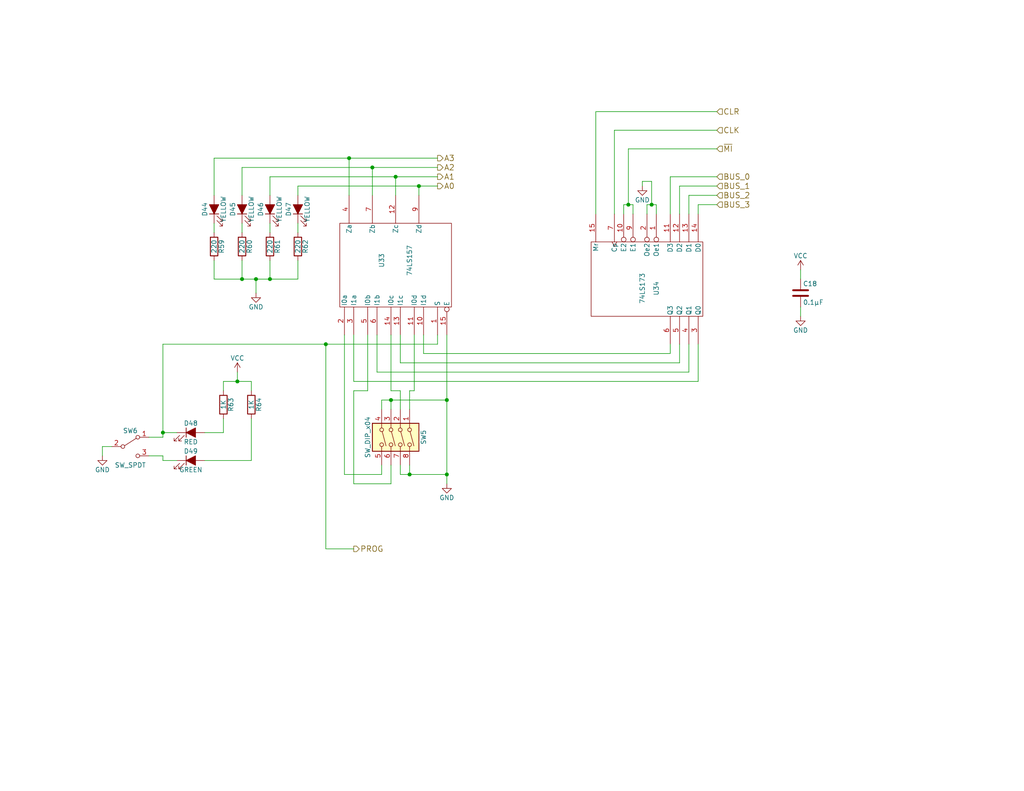
<source format=kicad_sch>
(kicad_sch (version 20230121) (generator eeschema)
  (paper "USLetter")
  (lib_symbols
    (symbol "8bit-computer-rescue:74LS157-8bit-computer-rescue" (pin_names (offset 0.254))
      (property "Reference" "U" (at 1.27 3.81 0))
      (property "Value" "8bit-computer-rescue:74LS157" (at 1.27 -3.81 0))
      (symbol "74LS157-8bit-computer-rescue_0_0"
        (pin power_in line (at -8.89 15.24 90) (length 0) hide (name "VCC") (number "16"))
        (pin power_in line (at -8.89 -15.24 90) (length 0) hide (name "GND") (number "8"))
      )
      (symbol "74LS157-8bit-computer-rescue_0_1"
        (rectangle (start -11.43 15.24) (end 11.43 -15.24))
      )
      (symbol "74LS157-8bit-computer-rescue_1_1"
        (pin input line (at -19.05 -11.43 0) (length 7.62) (name "S") (number "1"))
        (pin input line (at -19.05 -7.62 0) (length 7.62) (name "I1d") (number "10"))
        (pin input line (at -19.05 -5.08 0) (length 7.62) (name "I0d") (number "11"))
        (pin output line (at 19.05 0 180) (length 7.62) (name "Zc") (number "12"))
        (pin input line (at -19.05 -1.27 0) (length 7.62) (name "I1c") (number "13"))
        (pin input line (at -19.05 1.27 0) (length 7.62) (name "I0c") (number "14"))
        (pin input inverted (at -19.05 -13.97 0) (length 7.62) (name "E") (number "15"))
        (pin input line (at -19.05 13.97 0) (length 7.62) (name "I0a") (number "2"))
        (pin input line (at -19.05 11.43 0) (length 7.62) (name "I1a") (number "3"))
        (pin output line (at 19.05 12.7 180) (length 7.62) (name "Za") (number "4"))
        (pin input line (at -19.05 7.62 0) (length 7.62) (name "I0b") (number "5"))
        (pin input line (at -19.05 5.08 0) (length 7.62) (name "I1b") (number "6"))
        (pin output line (at 19.05 6.35 180) (length 7.62) (name "Zb") (number "7"))
        (pin output line (at 19.05 -6.35 180) (length 7.62) (name "Zd") (number "9"))
      )
    )
    (symbol "8bit-computer-rescue:74LS173-8bit-computer-rescue" (pin_names (offset 0.254))
      (property "Reference" "U" (at 2.54 2.54 0))
      (property "Value" "8bit-computer-rescue:74LS173" (at 2.54 -1.27 0))
      (symbol "74LS173-8bit-computer-rescue_0_0"
        (pin power_in line (at -7.62 15.24 90) (length 0) hide (name "VCC") (number "16"))
        (pin power_in line (at -7.62 -15.24 90) (length 0) hide (name "GND") (number "8"))
      )
      (symbol "74LS173-8bit-computer-rescue_0_1"
        (rectangle (start -10.16 15.24) (end 10.16 -15.24))
      )
      (symbol "74LS173-8bit-computer-rescue_1_1"
        (pin input inverted (at -17.78 2.54 0) (length 7.62) (name "Oe1") (number "1"))
        (pin input inverted (at -17.78 -6.35 0) (length 7.62) (name "E2") (number "10"))
        (pin input line (at -17.78 6.35 0) (length 7.62) (name "D3") (number "11"))
        (pin input line (at -17.78 8.89 0) (length 7.62) (name "D2") (number "12"))
        (pin input line (at -17.78 11.43 0) (length 7.62) (name "D1") (number "13"))
        (pin input line (at -17.78 13.97 0) (length 7.62) (name "D0") (number "14"))
        (pin input line (at -17.78 -13.97 0) (length 7.62) (name "Mr") (number "15"))
        (pin input inverted (at -17.78 0 0) (length 7.62) (name "Oe2") (number "2"))
        (pin tri_state line (at 17.78 13.97 180) (length 7.62) (name "Q0") (number "3"))
        (pin tri_state line (at 17.78 11.43 180) (length 7.62) (name "Q1") (number "4"))
        (pin tri_state line (at 17.78 8.89 180) (length 7.62) (name "Q2") (number "5"))
        (pin tri_state line (at 17.78 6.35 180) (length 7.62) (name "Q3") (number "6"))
        (pin input clock (at -17.78 -8.89 0) (length 7.62) (name "Cp") (number "7"))
        (pin input inverted (at -17.78 -3.81 0) (length 7.62) (name "E1") (number "9"))
      )
    )
    (symbol "8bit-computer-rescue:LED_ALT-Device" (pin_numbers hide) (pin_names (offset 1.016) hide)
      (property "Reference" "D" (at 0 2.54 0))
      (property "Value" "Device:LED_ALT" (at 0 -2.54 0))
      (symbol "LED_ALT-Device_0_1"
        (polyline (pts (xy -1.27 -1.27) (xy -1.27 1.27)) (stroke (width 0.2032)))
        (polyline (pts (xy -1.27 0) (xy 1.27 0)))
        (polyline (pts (xy 1.27 -1.27) (xy 1.27 1.27) (xy -1.27 0) (xy 1.27 -1.27)) (stroke (width 0.2032)) (fill (type outline)))
        (polyline (pts (xy -3.048 -0.762) (xy -4.572 -2.286) (xy -3.81 -2.286) (xy -4.572 -2.286) (xy -4.572 -1.524)))
        (polyline (pts (xy -1.778 -0.762) (xy -3.302 -2.286) (xy -2.54 -2.286) (xy -3.302 -2.286) (xy -3.302 -1.524)))
      )
      (symbol "LED_ALT-Device_1_1"
        (pin passive line (at -3.81 0 0) (length 2.54) (name "K") (number "1"))
        (pin passive line (at 3.81 0 180) (length 2.54) (name "A") (number "2"))
      )
    )
    (symbol "8bit-computer-rescue:SW_DIP_x04-8bit-computer-rescue" (pin_names (offset 0) hide)
      (property "Reference" "SW" (at 0 8.89 0))
      (property "Value" "8bit-computer-rescue:SW_DIP_x04" (at 0 -6.35 0))
      (symbol "SW_DIP_x04-8bit-computer-rescue_0_0"
        (circle (center -2.032 -2.54) (radius 0.508))
        (circle (center -2.032 0) (radius 0.508))
        (circle (center -2.032 2.54) (radius 0.508))
        (circle (center -2.032 5.08) (radius 0.508))
        (polyline (pts (xy -1.524 -2.3876) (xy 2.3622 -1.3462)))
        (polyline (pts (xy -1.524 0.127) (xy 2.3622 1.1684)))
        (polyline (pts (xy -1.524 2.667) (xy 2.3622 3.7084)))
        (polyline (pts (xy -1.524 5.207) (xy 2.3622 6.2484)))
        (circle (center 2.032 -2.54) (radius 0.508))
        (circle (center 2.032 0) (radius 0.508))
        (circle (center 2.032 2.54) (radius 0.508))
        (circle (center 2.032 5.08) (radius 0.508))
      )
      (symbol "SW_DIP_x04-8bit-computer-rescue_0_1"
        (rectangle (start -3.81 7.62) (end 3.81 -5.08) (stroke (width 0.254)) (fill (type background)))
      )
      (symbol "SW_DIP_x04-8bit-computer-rescue_1_1"
        (pin passive line (at -7.62 5.08 0) (length 5.08) (name "~") (number "1"))
        (pin passive line (at -7.62 2.54 0) (length 5.08) (name "~") (number "2"))
        (pin passive line (at -7.62 0 0) (length 5.08) (name "~") (number "3"))
        (pin passive line (at -7.62 -2.54 0) (length 5.08) (name "~") (number "4"))
        (pin passive line (at 7.62 -2.54 180) (length 5.08) (name "~") (number "5"))
        (pin passive line (at 7.62 0 180) (length 5.08) (name "~") (number "6"))
        (pin passive line (at 7.62 2.54 180) (length 5.08) (name "~") (number "7"))
        (pin passive line (at 7.62 5.08 180) (length 5.08) (name "~") (number "8"))
      )
    )
    (symbol "8bit-computer-rescue:SW_SPDT-8bit-computer-rescue" (pin_names (offset 0) hide)
      (property "Reference" "SW" (at 0 4.318 0))
      (property "Value" "8bit-computer-rescue:SW_SPDT" (at 0 -5.08 0))
      (symbol "SW_SPDT-8bit-computer-rescue_0_0"
        (circle (center -2.032 0) (radius 0.508))
        (circle (center 2.032 -2.54) (radius 0.508))
      )
      (symbol "SW_SPDT-8bit-computer-rescue_0_1"
        (polyline (pts (xy -1.524 0.254) (xy 1.651 2.286)))
        (circle (center 2.032 2.54) (radius 0.508))
      )
      (symbol "SW_SPDT-8bit-computer-rescue_1_1"
        (pin passive line (at 5.08 2.54 180) (length 2.54) (name "A") (number "1"))
        (pin passive line (at -5.08 0 0) (length 2.54) (name "B") (number "2"))
        (pin passive line (at 5.08 -2.54 180) (length 2.54) (name "C") (number "3"))
      )
    )
    (symbol "Device:C" (pin_numbers hide) (pin_names (offset 0.254))
      (property "Reference" "C" (at 0.635 2.54 0))
      (property "Value" "C" (at 0.635 -2.54 0))
      (symbol "C_0_1"
        (polyline (pts (xy -2.032 -0.762) (xy 2.032 -0.762)) (stroke (width 0.508)))
        (polyline (pts (xy -2.032 0.762) (xy 2.032 0.762)) (stroke (width 0.508)))
      )
      (symbol "C_1_1"
        (pin passive line (at 0 3.81 270) (length 2.794) (name "~") (number "1"))
        (pin passive line (at 0 -3.81 90) (length 2.794) (name "~") (number "2"))
      )
    )
    (symbol "Device:R" (pin_numbers hide) (pin_names (offset 0))
      (property "Reference" "R" (at 2.032 0 90))
      (property "Value" "R" (at 0 0 90))
      (symbol "R_0_1"
        (rectangle (start -1.016 -2.54) (end 1.016 2.54) (stroke (width 0.254)))
      )
      (symbol "R_1_1"
        (pin passive line (at 0 3.81 270) (length 1.27) (name "~") (number "1"))
        (pin passive line (at 0 -3.81 90) (length 1.27) (name "~") (number "2"))
      )
    )
    (symbol "power:GND" (power) (pin_names (offset 0))
      (property "Value" "GND" (at 0 -3.81 0))
      (symbol "GND_0_1"
        (polyline (pts (xy 0 0) (xy 0 -1.27) (xy 1.27 -1.27) (xy 0 -2.54) (xy -1.27 -1.27) (xy 0 -1.27)))
      )
      (symbol "GND_1_1"
        (pin power_in line (at 0 0 270) (length 0) hide (name "GND") (number "1"))
      )
    )
    (symbol "power:VCC" (power) (pin_names (offset 0))
      (property "Value" "VCC" (at 0 3.81 0))
      (symbol "VCC_0_1"
        (polyline (pts (xy -0.762 1.27) (xy 0 2.54)))
        (polyline (pts (xy 0 0) (xy 0 2.54)))
        (polyline (pts (xy 0 2.54) (xy 0.762 1.27)))
      )
      (symbol "VCC_1_1"
        (pin power_in line (at 0 0 90) (length 0) hide (name "VCC") (number "1"))
      )
    )
  )
  (junction (at 107.95 48.26))
  (junction (at 95.25 43.18))
  (junction (at 171.45 55.88))
  (junction (at 73.66 76.2))
  (junction (at 106.68 109.22))
  (junction (at 66.04 76.2))
  (junction (at 121.92 109.22))
  (junction (at 64.77 104.14))
  (junction (at 111.76 129.54))
  (junction (at 69.85 76.2))
  (junction (at 88.9 93.98))
  (junction (at 44.45 118.11))
  (junction (at 101.6 45.72))
  (junction (at 121.92 129.54))
  (junction (at 114.3 50.8))
  (junction (at 177.8 55.88))
  (wire (pts (xy 179.07 55.88) (xy 179.07 58.42)))
  (wire (pts (xy 114.3 50.8) (xy 119.38 50.8)))
  (wire (pts (xy 93.98 91.44) (xy 93.98 129.54)))
  (wire (pts (xy 88.9 93.98) (xy 119.38 93.98)))
  (wire (pts (xy 58.42 43.18) (xy 95.25 43.18)))
  (wire (pts (xy 175.26 49.53) (xy 177.8 49.53)))
  (wire (pts (xy 109.22 106.68) (xy 109.22 111.76)))
  (wire (pts (xy 195.58 53.34) (xy 187.96 53.34)))
  (wire (pts (xy 162.56 30.48) (xy 162.56 58.42)))
  (wire (pts (xy 185.42 99.06) (xy 185.42 93.98)))
  (wire (pts (xy 64.77 104.14) (xy 68.58 104.14)))
  (wire (pts (xy 114.3 53.34) (xy 114.3 50.8)))
  (wire (pts (xy 176.53 55.88) (xy 177.8 55.88)))
  (wire (pts (xy 176.53 58.42) (xy 176.53 55.88)))
  (wire (pts (xy 175.26 50.8) (xy 175.26 49.53)))
  (wire (pts (xy 93.98 129.54) (xy 104.14 129.54)))
  (wire (pts (xy 96.52 104.14) (xy 190.5 104.14)))
  (wire (pts (xy 60.96 106.68) (xy 60.96 104.14)))
  (wire (pts (xy 101.6 53.34) (xy 101.6 45.72)))
  (wire (pts (xy 64.77 101.6) (xy 64.77 104.14)))
  (wire (pts (xy 73.66 76.2) (xy 81.28 76.2)))
  (wire (pts (xy 177.8 49.53) (xy 177.8 55.88)))
  (wire (pts (xy 113.03 106.68) (xy 111.76 106.68)))
  (wire (pts (xy 102.87 91.44) (xy 102.87 101.6)))
  (wire (pts (xy 102.87 101.6) (xy 187.96 101.6)))
  (wire (pts (xy 119.38 93.98) (xy 119.38 91.44)))
  (wire (pts (xy 218.44 86.36) (xy 218.44 83.82)))
  (wire (pts (xy 81.28 50.8) (xy 81.28 53.34)))
  (wire (pts (xy 81.28 76.2) (xy 81.28 71.12)))
  (wire (pts (xy 88.9 149.86) (xy 96.52 149.86)))
  (wire (pts (xy 109.22 129.54) (xy 111.76 129.54)))
  (wire (pts (xy 66.04 76.2) (xy 69.85 76.2)))
  (wire (pts (xy 121.92 109.22) (xy 121.92 129.54)))
  (wire (pts (xy 115.57 91.44) (xy 115.57 96.52)))
  (wire (pts (xy 60.96 114.3) (xy 60.96 118.11)))
  (wire (pts (xy 172.72 55.88) (xy 172.72 58.42)))
  (wire (pts (xy 58.42 76.2) (xy 66.04 76.2)))
  (wire (pts (xy 195.58 50.8) (xy 185.42 50.8)))
  (wire (pts (xy 27.94 121.92) (xy 30.48 121.92)))
  (wire (pts (xy 44.45 119.38) (xy 44.45 118.11)))
  (wire (pts (xy 66.04 45.72) (xy 101.6 45.72)))
  (wire (pts (xy 44.45 118.11) (xy 44.45 93.98)))
  (wire (pts (xy 55.88 118.11) (xy 60.96 118.11)))
  (wire (pts (xy 73.66 48.26) (xy 73.66 53.34)))
  (wire (pts (xy 69.85 76.2) (xy 73.66 76.2)))
  (wire (pts (xy 66.04 71.12) (xy 66.04 76.2)))
  (wire (pts (xy 81.28 60.96) (xy 81.28 63.5)))
  (wire (pts (xy 187.96 53.34) (xy 187.96 58.42)))
  (wire (pts (xy 190.5 104.14) (xy 190.5 93.98)))
  (wire (pts (xy 69.85 80.01) (xy 69.85 76.2)))
  (wire (pts (xy 106.68 127) (xy 106.68 132.08)))
  (wire (pts (xy 58.42 53.34) (xy 58.42 43.18)))
  (wire (pts (xy 182.88 48.26) (xy 182.88 58.42)))
  (wire (pts (xy 95.25 53.34) (xy 95.25 43.18)))
  (wire (pts (xy 195.58 35.56) (xy 167.64 35.56)))
  (wire (pts (xy 107.95 48.26) (xy 119.38 48.26)))
  (wire (pts (xy 58.42 71.12) (xy 58.42 76.2)))
  (wire (pts (xy 106.68 132.08) (xy 96.52 132.08)))
  (wire (pts (xy 109.22 129.54) (xy 109.22 127)))
  (wire (pts (xy 88.9 93.98) (xy 88.9 149.86)))
  (wire (pts (xy 195.58 55.88) (xy 190.5 55.88)))
  (wire (pts (xy 111.76 127) (xy 111.76 129.54)))
  (wire (pts (xy 66.04 60.96) (xy 66.04 63.5)))
  (wire (pts (xy 27.94 124.46) (xy 27.94 121.92)))
  (wire (pts (xy 121.92 129.54) (xy 121.92 132.08)))
  (wire (pts (xy 96.52 106.68) (xy 100.33 106.68)))
  (wire (pts (xy 106.68 109.22) (xy 121.92 109.22)))
  (wire (pts (xy 60.96 104.14) (xy 64.77 104.14)))
  (wire (pts (xy 182.88 96.52) (xy 182.88 93.98)))
  (wire (pts (xy 111.76 129.54) (xy 121.92 129.54)))
  (wire (pts (xy 68.58 104.14) (xy 68.58 106.68)))
  (wire (pts (xy 96.52 132.08) (xy 96.52 106.68)))
  (wire (pts (xy 167.64 35.56) (xy 167.64 58.42)))
  (wire (pts (xy 96.52 91.44) (xy 96.52 104.14)))
  (wire (pts (xy 218.44 76.2) (xy 218.44 73.66)))
  (wire (pts (xy 66.04 45.72) (xy 66.04 53.34)))
  (wire (pts (xy 95.25 43.18) (xy 119.38 43.18)))
  (wire (pts (xy 58.42 60.96) (xy 58.42 63.5)))
  (wire (pts (xy 101.6 45.72) (xy 119.38 45.72)))
  (wire (pts (xy 104.14 129.54) (xy 104.14 127)))
  (wire (pts (xy 106.68 106.68) (xy 109.22 106.68)))
  (wire (pts (xy 44.45 125.73) (xy 48.26 125.73)))
  (wire (pts (xy 106.68 91.44) (xy 106.68 106.68)))
  (wire (pts (xy 190.5 55.88) (xy 190.5 58.42)))
  (wire (pts (xy 106.68 111.76) (xy 106.68 109.22)))
  (wire (pts (xy 113.03 91.44) (xy 113.03 106.68)))
  (wire (pts (xy 44.45 93.98) (xy 88.9 93.98)))
  (wire (pts (xy 73.66 48.26) (xy 107.95 48.26)))
  (wire (pts (xy 111.76 106.68) (xy 111.76 111.76)))
  (wire (pts (xy 107.95 53.34) (xy 107.95 48.26)))
  (wire (pts (xy 115.57 96.52) (xy 182.88 96.52)))
  (wire (pts (xy 195.58 48.26) (xy 182.88 48.26)))
  (wire (pts (xy 170.18 55.88) (xy 170.18 58.42)))
  (wire (pts (xy 171.45 55.88) (xy 172.72 55.88)))
  (wire (pts (xy 73.66 60.96) (xy 73.66 63.5)))
  (wire (pts (xy 100.33 106.68) (xy 100.33 91.44)))
  (wire (pts (xy 177.8 55.88) (xy 179.07 55.88)))
  (wire (pts (xy 104.14 109.22) (xy 106.68 109.22)))
  (wire (pts (xy 121.92 91.44) (xy 121.92 109.22)))
  (wire (pts (xy 68.58 125.73) (xy 68.58 114.3)))
  (wire (pts (xy 104.14 111.76) (xy 104.14 109.22)))
  (wire (pts (xy 109.22 91.44) (xy 109.22 99.06)))
  (wire (pts (xy 109.22 99.06) (xy 185.42 99.06)))
  (wire (pts (xy 170.18 55.88) (xy 171.45 55.88)))
  (wire (pts (xy 44.45 124.46) (xy 44.45 125.73)))
  (wire (pts (xy 40.64 119.38) (xy 44.45 119.38)))
  (wire (pts (xy 187.96 101.6) (xy 187.96 93.98)))
  (wire (pts (xy 44.45 118.11) (xy 48.26 118.11)))
  (wire (pts (xy 40.64 124.46) (xy 44.45 124.46)))
  (wire (pts (xy 81.28 50.8) (xy 114.3 50.8)))
  (wire (pts (xy 195.58 40.64) (xy 171.45 40.64)))
  (wire (pts (xy 55.88 125.73) (xy 68.58 125.73)))
  (wire (pts (xy 73.66 71.12) (xy 73.66 76.2)))
  (wire (pts (xy 185.42 50.8) (xy 185.42 58.42)))
  (wire (pts (xy 171.45 40.64) (xy 171.45 55.88)))
  (wire (pts (xy 195.58 30.48) (xy 162.56 30.48)))
  (hierarchical_label "~{MI}" (shape input) (at 195.58 40.64 0) (effects (font (size 1.524 1.524))))
  (hierarchical_label "A0" (shape output) (at 119.38 50.8 0) (effects (font (size 1.524 1.524))))
  (hierarchical_label "A3" (shape output) (at 119.38 43.18 0) (effects (font (size 1.524 1.524))))
  (hierarchical_label "CLR" (shape input) (at 195.58 30.48 0) (effects (font (size 1.524 1.524))))
  (hierarchical_label "BUS_0" (shape input) (at 195.58 48.26 0) (effects (font (size 1.524 1.524))))
  (hierarchical_label "BUS_3" (shape input) (at 195.58 55.88 0) (effects (font (size 1.524 1.524))))
  (hierarchical_label "BUS_2" (shape input) (at 195.58 53.34 0) (effects (font (size 1.524 1.524))))
  (hierarchical_label "PROG" (shape output) (at 96.52 149.86 0) (effects (font (size 1.524 1.524))))
  (hierarchical_label "A1" (shape output) (at 119.38 48.26 0) (effects (font (size 1.524 1.524))))
  (hierarchical_label "CLK" (shape input) (at 195.58 35.56 0) (effects (font (size 1.524 1.524))))
  (hierarchical_label "A2" (shape output) (at 119.38 45.72 0) (effects (font (size 1.524 1.524))))
  (hierarchical_label "BUS_1" (shape input) (at 195.58 50.8 0) (effects (font (size 1.524 1.524))))
  (symbol (lib_id "8bit-computer-rescue:74LS157-8bit-computer-rescue") (at 107.95 72.39 90) (unit 1)
    (property "Reference" "U33" (at 104.14 71.12 0))
    (property "Value" "74LS157" (at 111.76 71.12 0))
    (property "Footprint" "Package_DIP:DIP-16_W7.62mm" (effects hide))
  )
  (symbol (lib_id "8bit-computer-rescue:74LS173-8bit-computer-rescue") (at 176.53 76.2 270) (unit 1)
    (property "Reference" "U34" (at 179.07 78.74 0))
    (property "Value" "74LS173" (at 175.26 78.74 0))
    (property "Footprint" "Package_DIP:DIP-16_W7.62mm" (effects hide))
  )
  (symbol (lib_id "8bit-computer-rescue:SW_DIP_x04-8bit-computer-rescue") (at 106.68 119.38 270) (unit 1)
    (property "Reference" "SW5" (at 115.57 119.38 0))
    (property "Value" "SW_DIP_x04" (at 100.33 119.38 0))
    (property "Footprint" "Button_Switch_THT:SW_DIP_SPSTx04_Slide_9.78x12.34mm_W7.62mm_P2.54mm" (effects hide))
  )
  (symbol (lib_id "8bit-computer-rescue:SW_SPDT-8bit-computer-rescue") (at 35.56 121.92 0) (unit 1)
    (property "Reference" "SW6" (at 35.56 117.602 0))
    (property "Value" "SW_SPDT" (at 35.56 127 0))
    (property "Footprint" "8bit-custom-footprints:DPDT-pushbutton" (effects hide))
  )
  (symbol (lib_id "8bit-computer-rescue:LED_ALT-Device") (at 52.07 118.11 0) (unit 1)
    (property "Reference" "D48" (at 52.07 115.57 0))
    (property "Value" "RED" (at 52.07 120.65 0))
    (property "Footprint" "LED_THT:LED_D5.0mm" (effects hide))
  )
  (symbol (lib_id "8bit-computer-rescue:LED_ALT-Device") (at 52.07 125.73 0) (unit 1)
    (property "Reference" "D49" (at 52.07 123.19 0))
    (property "Value" "GREEN" (at 52.07 128.27 0))
    (property "Footprint" "LED_THT:LED_D5.0mm" (effects hide))
  )
  (symbol (lib_id "Device:R") (at 60.96 110.49 0) (unit 1)
    (property "Reference" "R63" (at 62.992 110.49 90))
    (property "Value" "1K" (at 60.96 110.49 90))
    (property "Footprint" "Resistor_THT:R_Axial_DIN0207_L6.3mm_D2.5mm_P7.62mm_Horizontal" (effects hide))
  )
  (symbol (lib_id "Device:R") (at 68.58 110.49 0) (unit 1)
    (property "Reference" "R64" (at 70.612 110.49 90))
    (property "Value" "1K" (at 68.58 110.49 90))
    (property "Footprint" "Resistor_THT:R_Axial_DIN0207_L6.3mm_D2.5mm_P7.62mm_Horizontal" (effects hide))
  )
  (symbol (lib_id "power:GND") (at 27.94 124.46 0) (unit 1)
    (property "Reference" "#PWR048" (effects hide))
    (property "Value" "GND" (at 27.94 128.27 0))
  )
  (symbol (lib_id "power:VCC") (at 64.77 101.6 0) (unit 1)
    (property "Reference" "#PWR049" (effects hide))
    (property "Value" "VCC" (at 64.77 97.79 0))
  )
  (symbol (lib_id "power:GND") (at 121.92 132.08 0) (unit 1)
    (property "Reference" "#PWR050" (effects hide))
    (property "Value" "GND" (at 121.92 135.89 0))
  )
  (symbol (lib_id "8bit-computer-rescue:LED_ALT-Device") (at 81.28 57.15 90) (unit 1)
    (property "Reference" "D47" (at 78.74 57.15 0))
    (property "Value" "YELLOW" (at 83.82 57.15 0))
    (property "Footprint" "LED_THT:LED_D5.0mm" (effects hide))
  )
  (symbol (lib_id "8bit-computer-rescue:LED_ALT-Device") (at 73.66 57.15 90) (unit 1)
    (property "Reference" "D46" (at 71.12 57.15 0))
    (property "Value" "YELLOW" (at 76.2 57.15 0))
    (property "Footprint" "LED_THT:LED_D5.0mm" (effects hide))
  )
  (symbol (lib_id "8bit-computer-rescue:LED_ALT-Device") (at 66.04 57.15 90) (unit 1)
    (property "Reference" "D45" (at 63.5 57.15 0))
    (property "Value" "YELLOW" (at 68.58 57.15 0))
    (property "Footprint" "LED_THT:LED_D5.0mm" (effects hide))
  )
  (symbol (lib_id "8bit-computer-rescue:LED_ALT-Device") (at 58.42 57.15 90) (unit 1)
    (property "Reference" "D44" (at 55.88 57.15 0))
    (property "Value" "YELLOW" (at 60.96 57.15 0))
    (property "Footprint" "LED_THT:LED_D5.0mm" (effects hide))
  )
  (symbol (lib_id "Device:R") (at 81.28 67.31 0) (unit 1)
    (property "Reference" "R62" (at 83.312 67.31 90))
    (property "Value" "220" (at 81.28 67.31 90))
    (property "Footprint" "Resistor_THT:R_Axial_DIN0207_L6.3mm_D2.5mm_P7.62mm_Horizontal" (effects hide))
  )
  (symbol (lib_id "Device:R") (at 73.66 67.31 0) (unit 1)
    (property "Reference" "R61" (at 75.692 67.31 90))
    (property "Value" "220" (at 73.66 67.31 90))
    (property "Footprint" "Resistor_THT:R_Axial_DIN0207_L6.3mm_D2.5mm_P7.62mm_Horizontal" (effects hide))
  )
  (symbol (lib_id "Device:R") (at 66.04 67.31 0) (unit 1)
    (property "Reference" "R60" (at 68.072 67.31 90))
    (property "Value" "220" (at 66.04 67.31 90))
    (property "Footprint" "Resistor_THT:R_Axial_DIN0207_L6.3mm_D2.5mm_P7.62mm_Horizontal" (effects hide))
  )
  (symbol (lib_id "Device:R") (at 58.42 67.31 0) (unit 1)
    (property "Reference" "R59" (at 60.452 67.31 90))
    (property "Value" "220" (at 58.42 67.31 90))
    (property "Footprint" "Resistor_THT:R_Axial_DIN0207_L6.3mm_D2.5mm_P7.62mm_Horizontal" (effects hide))
  )
  (symbol (lib_id "power:GND") (at 69.85 80.01 0) (unit 1)
    (property "Reference" "#PWR051" (effects hide))
    (property "Value" "GND" (at 69.85 83.82 0))
  )
  (symbol (lib_id "power:GND") (at 175.26 50.8 0) (unit 1)
    (property "Reference" "#PWR052" (effects hide))
    (property "Value" "GND" (at 175.26 54.61 0))
  )
  (symbol (lib_id "Device:C") (at 218.44 80.01 0) (unit 1)
    (property "Reference" "C18" (at 219.075 77.47 0) (effects (justify left)))
    (property "Value" "0.1µF" (at 219.075 82.55 0) (effects (justify left)))
    (property "Footprint" "Capacitor_THT:C_Disc_D4.3mm_W1.9mm_P5.00mm" (effects hide))
  )
  (symbol (lib_id "power:VCC") (at 218.44 73.66 0) (unit 1)
    (property "Reference" "#PWR053" (effects hide))
    (property "Value" "VCC" (at 218.44 69.85 0))
  )
  (symbol (lib_id "power:GND") (at 218.44 86.36 0) (unit 1)
    (property "Reference" "#PWR054" (effects hide))
    (property "Value" "GND" (at 218.44 90.17 0))
  )
)
</source>
